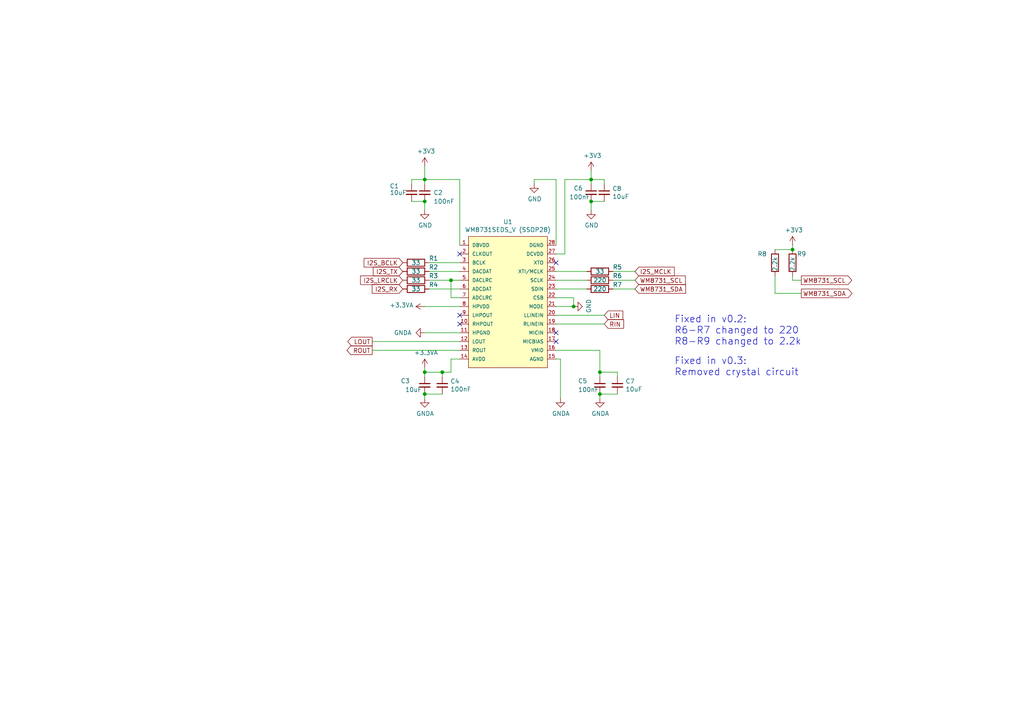
<source format=kicad_sch>
(kicad_sch (version 20211123) (generator eeschema)
  (paper "A4")
  (lib_symbols
    (symbol "Device:C_Small" (pin_numbers hide) (pin_names (offset 0.254) hide)
      (property "Reference" "C" (at 0.254 1.778 0))
      (property "Value" "C_Small" (at 0.254 -2.032 0))
      (symbol "C_Small_0_1"
        (polyline (pts (xy -1.524 -0.508) (xy 1.524 -0.508)) (stroke (width 0.3302)))
        (polyline (pts (xy -1.524 0.508) (xy 1.524 0.508)) (stroke (width 0.3048)))
      )
      (symbol "C_Small_1_1"
        (pin passive line (at 0 2.54 270) (length 2.032) (name "~") (number "1"))
        (pin passive line (at 0 -2.54 90) (length 2.032) (name "~") (number "2"))
      )
    )
    (symbol "Device:R" (pin_numbers hide) (pin_names (offset 0))
      (property "Reference" "R" (at 2.032 0 90))
      (property "Value" "R" (at 0 0 90))
      (symbol "R_0_1"
        (rectangle (start -1.016 -2.54) (end 1.016 2.54) (stroke (width 0.254)))
      )
      (symbol "R_1_1"
        (pin passive line (at 0 3.81 270) (length 1.27) (name "~") (number "1"))
        (pin passive line (at 0 -3.81 90) (length 1.27) (name "~") (number "2"))
      )
    )
    (symbol "WM8731SEDS_V_SSOP28_:CODECODER-WM8731SEDS_V(SSOP28)" (pin_names (offset 1.016))
      (property "Reference" "U" (at -1.905 19.685 0))
      (property "Value" "CODECODER-WM8731SEDS_V(SSOP28)" (at -11.43 -21.59 0))
      (symbol "CODECODER-WM8731SEDS_V(SSOP28)_0_0"
        (pin power_in line (at -15.24 16.51 0) (length 2.54) (name "DBVDD") (number "1"))
        (pin bidirectional line (at -15.24 -6.35 0) (length 2.54) (name "RHPOUT") (number "10"))
        (pin power_in line (at -15.24 -8.89 0) (length 2.54) (name "HPGND") (number "11"))
        (pin output line (at -15.24 -11.43 0) (length 2.54) (name "LOUT") (number "12"))
        (pin output line (at -15.24 -13.97 0) (length 2.54) (name "ROUT") (number "13"))
        (pin power_in line (at -15.24 -16.51 0) (length 2.54) (name "AVDD") (number "14"))
        (pin power_in line (at 12.7 -16.51 180) (length 2.54) (name "AGND") (number "15"))
        (pin bidirectional line (at 12.7 -13.97 180) (length 2.54) (name "VMID") (number "16"))
        (pin bidirectional line (at 12.7 -11.43 180) (length 2.54) (name "MICBIAS") (number "17"))
        (pin input line (at 12.7 -8.89 180) (length 2.54) (name "MICIN") (number "18"))
        (pin input line (at 12.7 -6.35 180) (length 2.54) (name "RLINEIN") (number "19"))
        (pin bidirectional line (at -15.24 13.97 0) (length 2.54) (name "CLKOUT") (number "2"))
        (pin input line (at 12.7 -3.81 180) (length 2.54) (name "LLINEIN") (number "20"))
        (pin bidirectional line (at 12.7 -1.27 180) (length 2.54) (name "MODE") (number "21"))
        (pin bidirectional line (at 12.7 1.27 180) (length 2.54) (name "CSB") (number "22"))
        (pin bidirectional line (at 12.7 3.81 180) (length 2.54) (name "SDIN") (number "23"))
        (pin bidirectional line (at 12.7 6.35 180) (length 2.54) (name "SCLK") (number "24"))
        (pin bidirectional line (at 12.7 8.89 180) (length 2.54) (name "XTI/MCLK") (number "25"))
        (pin bidirectional line (at 12.7 11.43 180) (length 2.54) (name "XTO") (number "26"))
        (pin power_in line (at 12.7 13.97 180) (length 2.54) (name "DCVDD") (number "27"))
        (pin power_in line (at 12.7 16.51 180) (length 2.54) (name "DGND") (number "28"))
        (pin bidirectional line (at -15.24 11.43 0) (length 2.54) (name "BCLK") (number "3"))
        (pin bidirectional line (at -15.24 8.89 0) (length 2.54) (name "DACDAT") (number "4"))
        (pin bidirectional line (at -15.24 6.35 0) (length 2.54) (name "DACLRC") (number "5"))
        (pin bidirectional line (at -15.24 3.81 0) (length 2.54) (name "ADCDAT") (number "6"))
        (pin bidirectional line (at -15.24 1.27 0) (length 2.54) (name "ADCLRC") (number "7"))
        (pin power_in line (at -15.24 -1.27 0) (length 2.54) (name "HPVDD") (number "8"))
        (pin bidirectional line (at -15.24 -3.81 0) (length 2.54) (name "LHPOUT") (number "9"))
      )
      (symbol "CODECODER-WM8731SEDS_V(SSOP28)_0_1"
        (rectangle (start -12.7 19.05) (end 10.16 -19.05) (stroke (width 0.1524)) (fill (type background)))
      )
    )
    (symbol "power:+3.3V" (power) (pin_names (offset 0))
      (property "Value" "+3.3V" (at 0 3.556 0))
      (symbol "+3.3V_0_1"
        (polyline (pts (xy -0.762 1.27) (xy 0 2.54)))
        (polyline (pts (xy 0 0) (xy 0 2.54)))
        (polyline (pts (xy 0 2.54) (xy 0.762 1.27)))
      )
      (symbol "+3.3V_1_1"
        (pin power_in line (at 0 0 90) (length 0) hide (name "+3V3") (number "1"))
      )
    )
    (symbol "power:+3.3VA" (power) (pin_names (offset 0))
      (property "Value" "+3.3VA" (at 0 3.556 0))
      (symbol "+3.3VA_0_1"
        (polyline (pts (xy -0.762 1.27) (xy 0 2.54)))
        (polyline (pts (xy 0 0) (xy 0 2.54)))
        (polyline (pts (xy 0 2.54) (xy 0.762 1.27)))
      )
      (symbol "+3.3VA_1_1"
        (pin power_in line (at 0 0 90) (length 0) hide (name "+3.3VA") (number "1"))
      )
    )
    (symbol "power:GND" (power) (pin_names (offset 0))
      (property "Value" "GND" (at 0 -3.81 0))
      (symbol "GND_0_1"
        (polyline (pts (xy 0 0) (xy 0 -1.27) (xy 1.27 -1.27) (xy 0 -2.54) (xy -1.27 -1.27) (xy 0 -1.27)))
      )
      (symbol "GND_1_1"
        (pin power_in line (at 0 0 270) (length 0) hide (name "GND") (number "1"))
      )
    )
    (symbol "power:GNDA" (power) (pin_names (offset 0))
      (property "Value" "GNDA" (at 0 -3.81 0))
      (symbol "GNDA_0_1"
        (polyline (pts (xy 0 0) (xy 0 -1.27) (xy 1.27 -1.27) (xy 0 -2.54) (xy -1.27 -1.27) (xy 0 -1.27)))
      )
      (symbol "GNDA_1_1"
        (pin power_in line (at 0 0 270) (length 0) hide (name "GNDA") (number "1"))
      )
    )
  )
  (junction (at 166.37 88.9))
  (junction (at 173.99 107.95))
  (junction (at 123.19 52.07))
  (junction (at 229.87 72.39))
  (junction (at 123.19 58.42))
  (junction (at 123.19 114.3))
  (junction (at 171.45 58.42))
  (junction (at 123.19 107.95))
  (junction (at 173.99 114.3))
  (junction (at 130.81 81.28))
  (junction (at 171.45 52.07))
  (junction (at 128.27 107.95))
  (no_connect (at 133.35 91.44))
  (no_connect (at 161.29 76.2))
  (no_connect (at 133.35 93.98))
  (no_connect (at 161.29 99.06))
  (no_connect (at 161.29 96.52))
  (no_connect (at 133.35 73.66))
  (wire (pts (xy 123.19 58.42) (xy 119.38 58.42)))
  (wire (pts (xy 161.29 78.74) (xy 170.18 78.74)))
  (wire (pts (xy 130.81 107.95) (xy 128.27 107.95)))
  (wire (pts (xy 173.99 101.6) (xy 161.29 101.6)))
  (wire (pts (xy 224.79 85.09) (xy 232.41 85.09)))
  (wire (pts (xy 161.29 88.9) (xy 166.37 88.9)))
  (wire (pts (xy 123.19 115.57) (xy 123.19 114.3)))
  (wire (pts (xy 123.19 88.9) (xy 133.35 88.9)))
  (wire (pts (xy 229.87 81.28) (xy 229.87 80.01)))
  (wire (pts (xy 170.18 83.82) (xy 161.29 83.82)))
  (wire (pts (xy 124.46 76.2) (xy 133.35 76.2)))
  (wire (pts (xy 123.19 52.07) (xy 133.35 52.07)))
  (wire (pts (xy 173.99 107.95) (xy 173.99 101.6)))
  (wire (pts (xy 177.8 83.82) (xy 184.15 83.82)))
  (wire (pts (xy 123.19 109.22) (xy 123.19 107.95)))
  (wire (pts (xy 128.27 114.3) (xy 123.19 114.3)))
  (wire (pts (xy 128.27 107.95) (xy 123.19 107.95)))
  (wire (pts (xy 123.19 52.07) (xy 123.19 48.26)))
  (wire (pts (xy 130.81 86.36) (xy 133.35 86.36)))
  (wire (pts (xy 177.8 78.74) (xy 184.15 78.74)))
  (wire (pts (xy 161.29 71.12) (xy 161.29 52.07)))
  (wire (pts (xy 179.07 109.22) (xy 179.07 107.95)))
  (wire (pts (xy 184.15 81.28) (xy 177.8 81.28)))
  (wire (pts (xy 130.81 81.28) (xy 130.81 86.36)))
  (wire (pts (xy 162.56 104.14) (xy 162.56 115.57)))
  (wire (pts (xy 161.29 52.07) (xy 154.94 52.07)))
  (wire (pts (xy 130.81 104.14) (xy 130.81 107.95)))
  (wire (pts (xy 166.37 88.9) (xy 166.37 86.36)))
  (wire (pts (xy 133.35 104.14) (xy 130.81 104.14)))
  (wire (pts (xy 173.99 107.95) (xy 179.07 107.95)))
  (wire (pts (xy 130.81 81.28) (xy 133.35 81.28)))
  (wire (pts (xy 133.35 101.6) (xy 107.95 101.6)))
  (wire (pts (xy 124.46 81.28) (xy 130.81 81.28)))
  (wire (pts (xy 124.46 78.74) (xy 133.35 78.74)))
  (wire (pts (xy 133.35 52.07) (xy 133.35 71.12)))
  (wire (pts (xy 123.19 60.96) (xy 123.19 58.42)))
  (wire (pts (xy 123.19 107.95) (xy 123.19 106.68)))
  (wire (pts (xy 175.26 58.42) (xy 171.45 58.42)))
  (wire (pts (xy 161.29 86.36) (xy 166.37 86.36)))
  (wire (pts (xy 171.45 60.96) (xy 171.45 58.42)))
  (wire (pts (xy 175.26 52.07) (xy 171.45 52.07)))
  (wire (pts (xy 173.99 109.22) (xy 173.99 107.95)))
  (wire (pts (xy 154.94 52.07) (xy 154.94 53.34)))
  (wire (pts (xy 229.87 81.28) (xy 232.41 81.28)))
  (wire (pts (xy 161.29 93.98) (xy 175.26 93.98)))
  (wire (pts (xy 163.83 52.07) (xy 171.45 52.07)))
  (wire (pts (xy 175.26 53.34) (xy 175.26 52.07)))
  (wire (pts (xy 123.19 96.52) (xy 133.35 96.52)))
  (wire (pts (xy 119.38 53.34) (xy 119.38 52.07)))
  (wire (pts (xy 171.45 52.07) (xy 171.45 53.34)))
  (wire (pts (xy 123.19 53.34) (xy 123.19 52.07)))
  (wire (pts (xy 107.95 99.06) (xy 133.35 99.06)))
  (wire (pts (xy 161.29 104.14) (xy 162.56 104.14)))
  (wire (pts (xy 161.29 81.28) (xy 170.18 81.28)))
  (wire (pts (xy 124.46 83.82) (xy 133.35 83.82)))
  (wire (pts (xy 161.29 73.66) (xy 163.83 73.66)))
  (wire (pts (xy 161.29 91.44) (xy 175.26 91.44)))
  (wire (pts (xy 171.45 49.53) (xy 171.45 52.07)))
  (wire (pts (xy 224.79 72.39) (xy 229.87 72.39)))
  (wire (pts (xy 224.79 80.01) (xy 224.79 85.09)))
  (wire (pts (xy 179.07 114.3) (xy 173.99 114.3)))
  (wire (pts (xy 119.38 52.07) (xy 123.19 52.07)))
  (wire (pts (xy 173.99 115.57) (xy 173.99 114.3)))
  (wire (pts (xy 229.87 71.12) (xy 229.87 72.39)))
  (wire (pts (xy 128.27 109.22) (xy 128.27 107.95)))
  (wire (pts (xy 163.83 52.07) (xy 163.83 73.66)))
  (text "Fixed in v0.2:\nR6-R7 changed to 220\nR8-R9 changed to 2.2k" (at 195.58 100.33 0) (effects (font (size 2 2)) (justify left bottom)))
  (text "Fixed in v0.3:\nRemoved crystal circuit" (at 195.58 109.22 0) (effects (font (size 2 2)) (justify left bottom)))
  (global_label "WM8731_SDA" (shape output) (at 232.41 85.09 0) (property "Intersheet References" "${INTERSHEET_REFS}" (effects hide)))
  (global_label "I2S_BCLK" (shape input) (at 116.84 76.2 180) (property "Intersheet References" "${INTERSHEET_REFS}" (effects hide)))
  (global_label "WM8731_SDA" (shape input) (at 184.15 83.82 0) (property "Intersheet References" "${INTERSHEET_REFS}" (effects hide)))
  (global_label "I2S_MCLK" (shape input) (at 184.15 78.74 0) (property "Intersheet References" "${INTERSHEET_REFS}" (effects hide)))
  (global_label "WM8731_SCL" (shape input) (at 184.15 81.28 0) (property "Intersheet References" "${INTERSHEET_REFS}" (effects hide)))
  (global_label "I2S_LRCLK" (shape input) (at 116.84 81.28 180) (property "Intersheet References" "${INTERSHEET_REFS}" (effects hide)))
  (global_label "WM8731_SCL" (shape output) (at 232.41 81.28 0) (property "Intersheet References" "${INTERSHEET_REFS}" (effects hide)))
  (global_label "I2S_RX" (shape input) (at 116.84 83.82 180) (property "Intersheet References" "${INTERSHEET_REFS}" (effects hide)))
  (global_label "LIN" (shape input) (at 175.26 91.44 0) (property "Intersheet References" "${INTERSHEET_REFS}" (effects hide)))
  (global_label "LOUT" (shape output) (at 107.95 99.06 180) (property "Intersheet References" "${INTERSHEET_REFS}" (effects hide)))
  (global_label "ROUT" (shape output) (at 107.95 101.6 180) (property "Intersheet References" "${INTERSHEET_REFS}" (effects hide)))
  (global_label "RIN" (shape input) (at 175.26 93.98 0) (property "Intersheet References" "${INTERSHEET_REFS}" (effects hide)))
  (global_label "I2S_TX" (shape input) (at 116.84 78.74 180) (property "Intersheet References" "${INTERSHEET_REFS}" (effects hide)))
  (symbol (lib_id "WM8731SEDS_V_SSOP28_:CODECODER-WM8731SEDS_V(SSOP28)") (at 148.59 87.63 0) (unit 1)
    (property "Reference" "U1" (at 147.32 64.3382 0))
    (property "Value" "WM8731SEDS_V (SSOP28)" (at 147.32 66.6496 0))
    (property "Footprint" "Package_SO:SSOP-28_5.3x10.2mm_P0.65mm" (effects hide))
    (property "Datasheet" "WM8731SEDS/V" (effects hide))
    (property "Field4" "WM8731SEDS/V-ssop28" (effects hide))
    (property "LCSC" "C41511" (effects hide))
  )
  (symbol (lib_id "Device:C_Small") (at 123.19 55.88 0) (unit 1)
    (property "Reference" "C2" (at 125.73 55.88 0) (effects (justify left)))
    (property "Value" "100nF" (at 125.73 58.42 0) (effects (justify left)))
    (property "Footprint" "Capacitor_SMD:C_0603_1608Metric" (effects hide))
    (property "LCSC" "C14663" (effects hide))
  )
  (symbol (lib_id "power:GND") (at 123.19 60.96 0) (unit 1)
    (property "Reference" "#PWR04" (effects hide))
    (property "Value" "GND" (at 123.317 65.3542 0))
  )
  (symbol (lib_id "Device:C_Small") (at 171.45 55.88 0) (unit 1)
    (property "Reference" "C6" (at 166.37 54.61 0) (effects (justify left)))
    (property "Value" "100nF" (at 165.1 57.15 0) (effects (justify left)))
    (property "Footprint" "Capacitor_SMD:C_0603_1608Metric" (effects hide))
    (property "LCSC" "C14663" (effects hide))
  )
  (symbol (lib_id "power:GND") (at 171.45 60.96 0) (unit 1)
    (property "Reference" "#PWR014" (effects hide))
    (property "Value" "GND" (at 171.577 65.3542 0))
  )
  (symbol (lib_id "Device:C_Small") (at 128.27 111.76 0) (unit 1)
    (property "Reference" "C4" (at 130.6068 110.5916 0) (effects (justify left)))
    (property "Value" "100nF" (at 130.6068 112.903 0) (effects (justify left)))
    (property "Footprint" "Capacitor_SMD:C_0603_1608Metric" (effects hide))
    (property "LCSC" "C14663" (effects hide))
  )
  (symbol (lib_id "Device:C_Small") (at 173.99 111.76 0) (unit 1)
    (property "Reference" "C5" (at 167.64 110.49 0) (effects (justify left)))
    (property "Value" "100nF" (at 167.64 113.03 0) (effects (justify left)))
    (property "Footprint" "Capacitor_SMD:C_0603_1608Metric" (effects hide))
    (property "LCSC" "C14663" (effects hide))
  )
  (symbol (lib_id "power:GNDA") (at 173.99 115.57 0) (unit 1)
    (property "Reference" "#PWR012" (effects hide))
    (property "Value" "GNDA" (at 174.117 119.9642 0))
  )
  (symbol (lib_id "power:GNDA") (at 123.19 115.57 0) (unit 1)
    (property "Reference" "#PWR08" (effects hide))
    (property "Value" "GNDA" (at 123.317 119.9642 0))
  )
  (symbol (lib_id "power:GNDA") (at 162.56 115.57 0) (unit 1)
    (property "Reference" "#PWR010" (effects hide))
    (property "Value" "GNDA" (at 162.687 119.9642 0))
  )
  (symbol (lib_id "Device:R") (at 173.99 81.28 270) (unit 1)
    (property "Reference" "R6" (at 179.07 80.01 90))
    (property "Value" "220" (at 173.99 81.28 90))
    (property "Footprint" "Resistor_SMD:R_0603_1608Metric" (effects hide))
    (property "LCSC" "C23140" (effects hide))
  )
  (symbol (lib_id "Device:R") (at 173.99 83.82 270) (unit 1)
    (property "Reference" "R7" (at 179.07 82.55 90))
    (property "Value" "220" (at 173.99 83.82 90))
    (property "Footprint" "Resistor_SMD:R_0603_1608Metric" (effects hide))
    (property "LCSC" "C23140" (effects hide))
  )
  (symbol (lib_id "Device:R") (at 120.65 76.2 270) (unit 1)
    (property "Reference" "R1" (at 125.73 74.93 90))
    (property "Value" "33" (at 120.65 76.2 90))
    (property "Footprint" "Resistor_SMD:R_0603_1608Metric" (effects hide))
    (property "LCSC" "C23140" (effects hide))
  )
  (symbol (lib_id "Device:R") (at 120.65 78.74 270) (unit 1)
    (property "Reference" "R2" (at 125.73 77.47 90))
    (property "Value" "33" (at 120.65 78.74 90))
    (property "Footprint" "Resistor_SMD:R_0603_1608Metric" (effects hide))
    (property "LCSC" "C23140" (effects hide))
  )
  (symbol (lib_id "Device:R") (at 120.65 81.28 270) (unit 1)
    (property "Reference" "R3" (at 125.73 80.01 90))
    (property "Value" "33" (at 120.65 81.28 90))
    (property "Footprint" "Resistor_SMD:R_0603_1608Metric" (effects hide))
    (property "LCSC" "C23140" (effects hide))
  )
  (symbol (lib_id "Device:R") (at 120.65 83.82 270) (unit 1)
    (property "Reference" "R4" (at 125.73 82.55 90))
    (property "Value" "33" (at 120.65 83.82 90))
    (property "Footprint" "Resistor_SMD:R_0603_1608Metric" (effects hide))
    (property "LCSC" "C23140" (effects hide))
  )
  (symbol (lib_id "Device:R") (at 173.99 78.74 270) (unit 1)
    (property "Reference" "R5" (at 179.07 77.47 90))
    (property "Value" "33" (at 173.99 78.74 90))
    (property "Footprint" "Resistor_SMD:R_0603_1608Metric" (effects hide))
    (property "LCSC" "C23140" (effects hide))
  )
  (symbol (lib_id "Device:R") (at 229.87 76.2 180) (unit 1)
    (property "Reference" "R9" (at 231.14 73.66 0) (effects (justify right)))
    (property "Value" "2.2k" (at 229.87 78.74 90) (effects (justify right)))
    (property "Footprint" "Resistor_SMD:R_0603_1608Metric" (effects hide))
    (property "LCSC" "C23162" (effects hide))
  )
  (symbol (lib_id "Device:R") (at 224.79 76.2 180) (unit 1)
    (property "Reference" "R8" (at 219.71 73.66 0) (effects (justify right)))
    (property "Value" "2.2k" (at 224.79 78.74 90) (effects (justify right)))
    (property "Footprint" "Resistor_SMD:R_0603_1608Metric" (effects hide))
    (property "LCSC" "C23162" (effects hide))
  )
  (symbol (lib_id "power:GND") (at 154.94 53.34 0) (unit 1)
    (property "Reference" "#PWR09" (effects hide))
    (property "Value" "GND" (at 155.067 57.7342 0))
  )
  (symbol (lib_id "power:GND") (at 166.37 88.9 90) (unit 1)
    (property "Reference" "#PWR011" (effects hide))
    (property "Value" "GND" (at 170.7642 88.773 0))
  )
  (symbol (lib_id "power:GNDA") (at 123.19 96.52 270) (unit 1)
    (property "Reference" "#PWR06" (effects hide))
    (property "Value" "GNDA" (at 116.84 96.52 90))
  )
  (symbol (lib_id "Device:C_Small") (at 119.38 55.88 0) (unit 1)
    (property "Reference" "C1" (at 113.03 53.975 0) (effects (justify left)))
    (property "Value" "10uF" (at 113.03 55.88 0) (effects (justify left)))
    (property "Footprint" "Capacitor_SMD:C_1206_3216Metric" (effects hide))
    (property "LCSC" "C13585" (effects hide))
  )
  (symbol (lib_id "Device:C_Small") (at 175.26 55.88 0) (unit 1)
    (property "Reference" "C8" (at 177.5968 54.7116 0) (effects (justify left)))
    (property "Value" "10uF" (at 177.5968 57.023 0) (effects (justify left)))
    (property "Footprint" "Capacitor_SMD:C_1206_3216Metric" (effects hide))
    (property "LCSC" "C13585" (effects hide))
  )
  (symbol (lib_id "Device:C_Small") (at 123.19 111.76 0) (unit 1)
    (property "Reference" "C3" (at 116.205 110.49 0) (effects (justify left)))
    (property "Value" "10uF" (at 117.475 113.03 0) (effects (justify left)))
    (property "Footprint" "Capacitor_SMD:C_1206_3216Metric" (effects hide))
    (property "LCSC" "C13585" (effects hide))
  )
  (symbol (lib_id "Device:C_Small") (at 179.07 111.76 0) (unit 1)
    (property "Reference" "C7" (at 181.4068 110.5916 0) (effects (justify left)))
    (property "Value" "10uF" (at 181.4068 112.903 0) (effects (justify left)))
    (property "Footprint" "Capacitor_SMD:C_1206_3216Metric" (effects hide))
    (property "LCSC" "C13585" (effects hide))
  )
  (symbol (lib_id "power:+3.3V") (at 123.19 48.26 0) (unit 1)
    (property "Reference" "#PWR03" (effects hide))
    (property "Value" "+3.3V" (at 123.571 43.8658 0))
  )
  (symbol (lib_id "power:+3.3V") (at 171.45 49.53 0) (unit 1)
    (property "Reference" "#PWR013" (effects hide))
    (property "Value" "+3.3V" (at 171.831 45.1358 0))
  )
  (symbol (lib_id "power:+3.3VA") (at 123.19 106.68 0) (unit 1)
    (property "Reference" "#PWR07" (effects hide))
    (property "Value" "+3.3VA" (at 123.571 102.2858 0))
  )
  (symbol (lib_id "power:+3.3VA") (at 123.19 88.9 90) (unit 1)
    (property "Reference" "#PWR05" (effects hide))
    (property "Value" "+3.3VA" (at 119.9642 88.519 90) (effects (justify left)))
  )
  (symbol (lib_id "power:+3.3V") (at 229.87 71.12 0) (unit 1)
    (property "Reference" "#PWR015" (effects hide))
    (property "Value" "+3.3V" (at 230.251 66.7258 0))
  )
)
</source>
